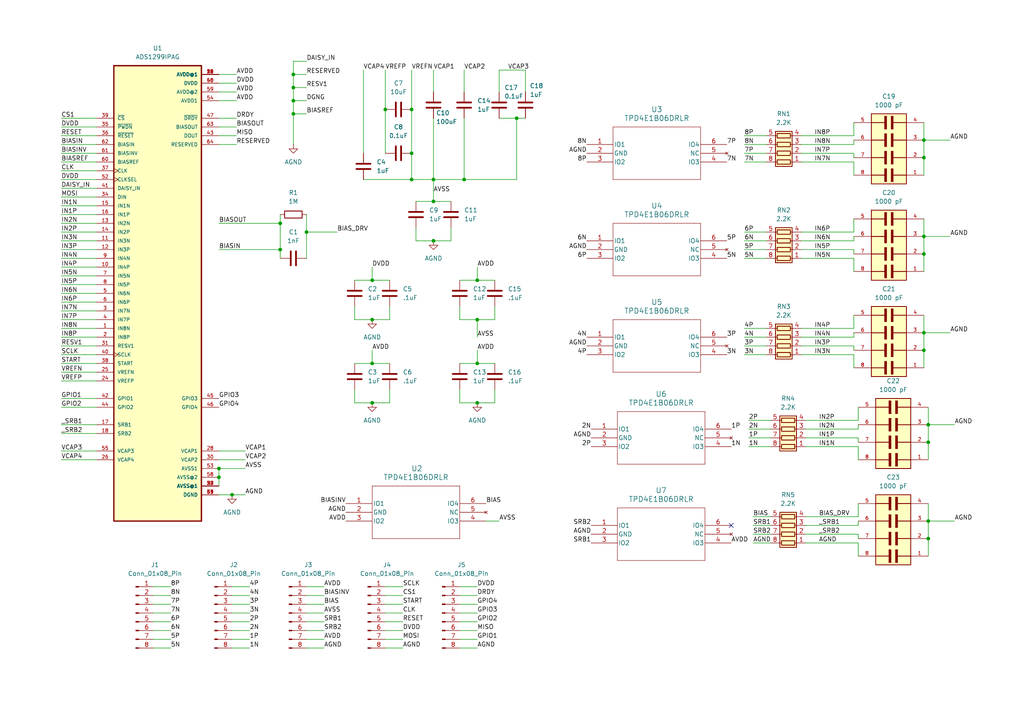
<source format=kicad_sch>
(kicad_sch (version 20231120) (generator "eeschema") (generator_version "8.0")
  (paper "A4")
  (lib_symbols
    (symbol "ADS1299:ADS1299IPAG" (pin_names (offset 1.016))
      (property "Reference" "U" (at -12.7 67.04 0))
      (property "Value" "ADS1299IPAG" (at -12.7 -70.04 0))
      (symbol "ADS1299IPAG_0_0"
        (pin input line (at -17.78 -10.16 0) (length 5.08) (name "IN8N") (number "1"))
        (pin input line (at -17.78 7.62 0) (length 5.08) (name "IN4P") (number "10"))
        (pin input line (at -17.78 15.24 0) (length 5.08) (name "IN3N") (number "11"))
        (pin input line (at -17.78 12.7 0) (length 5.08) (name "IN3P") (number "12"))
        (pin input line (at -17.78 20.32 0) (length 5.08) (name "IN2N") (number "13"))
        (pin input line (at -17.78 17.78 0) (length 5.08) (name "IN2P") (number "14"))
        (pin input line (at -17.78 25.4 0) (length 5.08) (name "IN1N") (number "15"))
        (pin input line (at -17.78 22.86 0) (length 5.08) (name "IN1P") (number "16"))
        (pin bidirectional line (at -17.78 -38.1 0) (length 5.08) (name "SRB1") (number "17"))
        (pin bidirectional line (at -17.78 -40.64 0) (length 5.08) (name "SRB2") (number "18"))
        (pin power_in line (at 17.78 63.5 180) (length 5.08) (name "AVDD@1") (number "19"))
        (pin input line (at -17.78 -12.7 0) (length 5.08) (name "IN8P") (number "2"))
        (pin power_in line (at 17.78 -55.88 180) (length 5.08) (name "AVSS@1") (number "20"))
        (pin power_in line (at 17.78 63.5 180) (length 5.08) (name "AVDD@1") (number "21"))
        (pin power_in line (at 17.78 63.5 180) (length 5.08) (name "AVDD@1") (number "22"))
        (pin power_in line (at 17.78 -55.88 180) (length 5.08) (name "AVSS@1") (number "23"))
        (pin input line (at -17.78 -25.4 0) (length 5.08) (name "VREFP") (number "24"))
        (pin input line (at -17.78 -22.86 0) (length 5.08) (name "VREFN") (number "25"))
        (pin bidirectional line (at -17.78 -48.26 0) (length 5.08) (name "VCAP4") (number "26"))
        (pin output line (at 17.78 -45.72 180) (length 5.08) (name "VCAP1") (number "28"))
        (pin input line (at -17.78 -5.08 0) (length 5.08) (name "IN7N") (number "3"))
        (pin output line (at 17.78 -48.26 180) (length 5.08) (name "VCAP2") (number "30"))
        (pin input line (at -17.78 -15.24 0) (length 5.08) (name "RESV1") (number "31"))
        (pin power_in line (at 17.78 -55.88 180) (length 5.08) (name "AVSS@1") (number "32"))
        (pin power_in line (at 17.78 -58.42 180) (length 5.08) (name "DGND") (number "33"))
        (pin input line (at -17.78 27.94 0) (length 5.08) (name "DIN") (number "34"))
        (pin input line (at -17.78 48.26 0) (length 5.08) (name "~{PWDN}") (number "35"))
        (pin input line (at -17.78 45.72 0) (length 5.08) (name "~{RESET}") (number "36"))
        (pin input clock (at -17.78 35.56 0) (length 5.08) (name "CLK") (number "37"))
        (pin input line (at -17.78 -20.32 0) (length 5.08) (name "START") (number "38"))
        (pin input line (at -17.78 50.8 0) (length 5.08) (name "~{CS}") (number "39"))
        (pin input line (at -17.78 -7.62 0) (length 5.08) (name "IN7P") (number "4"))
        (pin input clock (at -17.78 -17.78 0) (length 5.08) (name "SCLK") (number "40"))
        (pin input line (at -17.78 30.48 0) (length 5.08) (name "DAISY_IN") (number "41"))
        (pin bidirectional line (at -17.78 -30.48 0) (length 5.08) (name "GPIO1") (number "42"))
        (pin output line (at 17.78 45.72 180) (length 5.08) (name "DOUT") (number "43"))
        (pin bidirectional line (at -17.78 -33.02 0) (length 5.08) (name "GPIO2") (number "44"))
        (pin bidirectional line (at 17.78 -30.48 180) (length 5.08) (name "GPIO3") (number "45"))
        (pin bidirectional line (at 17.78 -33.02 180) (length 5.08) (name "GPIO4") (number "46"))
        (pin output line (at 17.78 50.8 180) (length 5.08) (name "~{DRDY}") (number "47"))
        (pin power_in line (at 17.78 60.96 180) (length 5.08) (name "DVDD") (number "48"))
        (pin power_in line (at 17.78 -58.42 180) (length 5.08) (name "DGND") (number "49"))
        (pin input line (at -17.78 0 0) (length 5.08) (name "IN6N") (number "5"))
        (pin power_in line (at 17.78 60.96 180) (length 5.08) (name "DVDD") (number "50"))
        (pin power_in line (at 17.78 -58.42 180) (length 5.08) (name "DGND") (number "51"))
        (pin input clock (at -17.78 33.02 0) (length 5.08) (name "CLKSEL") (number "52"))
        (pin power_in line (at 17.78 -50.8 180) (length 5.08) (name "AVSS1") (number "53"))
        (pin power_in line (at 17.78 55.88 180) (length 5.08) (name "AVDD1") (number "54"))
        (pin bidirectional line (at -17.78 -45.72 0) (length 5.08) (name "VCAP3") (number "55"))
        (pin power_in line (at 17.78 63.5 180) (length 5.08) (name "AVDD@1") (number "56"))
        (pin power_in line (at 17.78 -55.88 180) (length 5.08) (name "AVSS@1") (number "57"))
        (pin power_in line (at 17.78 -53.34 180) (length 5.08) (name "AVSS@2") (number "58"))
        (pin power_in line (at 17.78 58.42 180) (length 5.08) (name "AVDD@2") (number "59"))
        (pin input line (at -17.78 -2.54 0) (length 5.08) (name "IN6P") (number "6"))
        (pin input line (at -17.78 38.1 0) (length 5.08) (name "BIASREF") (number "60"))
        (pin input line (at -17.78 40.64 0) (length 5.08) (name "BIASINV") (number "61"))
        (pin input line (at -17.78 43.18 0) (length 5.08) (name "BIASIN") (number "62"))
        (pin output line (at 17.78 48.26 180) (length 5.08) (name "BIASOUT") (number "63"))
        (pin output line (at 17.78 43.18 180) (length 5.08) (name "RESERVED") (number "64"))
        (pin input line (at -17.78 5.08 0) (length 5.08) (name "IN5N") (number "7"))
        (pin input line (at -17.78 2.54 0) (length 5.08) (name "IN5P") (number "8"))
        (pin input line (at -17.78 10.16 0) (length 5.08) (name "IN4N") (number "9"))
      )
    )
    (symbol "Connector:Conn_01x08_Pin" (pin_names (offset 1.016) hide)
      (property "Reference" "J" (at 0 10.16 0))
      (property "Value" "Conn_01x08_Pin" (at 0 -12.7 0))
      (symbol "Conn_01x08_Pin_1_1"
        (pin passive line (at 5.08 7.62 180) (length 3.81) (name "Pin_1") (number "1"))
        (pin passive line (at 5.08 5.08 180) (length 3.81) (name "Pin_2") (number "2"))
        (pin passive line (at 5.08 2.54 180) (length 3.81) (name "Pin_3") (number "3"))
        (pin passive line (at 5.08 0 180) (length 3.81) (name "Pin_4") (number "4"))
        (pin passive line (at 5.08 -2.54 180) (length 3.81) (name "Pin_5") (number "5"))
        (pin passive line (at 5.08 -5.08 180) (length 3.81) (name "Pin_6") (number "6"))
        (pin passive line (at 5.08 -7.62 180) (length 3.81) (name "Pin_7") (number "7"))
        (pin passive line (at 5.08 -10.16 180) (length 3.81) (name "Pin_8") (number "8"))
      )
    )
    (symbol "Device:C" (pin_numbers hide) (pin_names (offset 0.254))
      (property "Reference" "C" (at 0.635 2.54 0))
      (property "Value" "C" (at 0.635 -2.54 0))
      (symbol "C_1_1"
        (pin passive line (at 0 3.81 270) (length 2.794) (name "~") (number "1"))
        (pin passive line (at 0 -3.81 90) (length 2.794) (name "~") (number "2"))
      )
    )
    (symbol "Device:R" (pin_numbers hide) (pin_names (offset 0))
      (property "Reference" "R" (at 2.032 0 90))
      (property "Value" "R" (at 0 0 90))
      (symbol "R_1_1"
        (pin passive line (at 0 3.81 270) (length 1.27) (name "~") (number "1"))
        (pin passive line (at 0 -3.81 90) (length 1.27) (name "~") (number "2"))
      )
    )
    (symbol "Device:R_Pack04" (pin_names (offset 0) hide)
      (property "Reference" "RN" (at -7.62 0 90))
      (property "Value" "R_Pack04" (at 5.08 0 90))
      (symbol "R_Pack04_1_1"
        (pin passive line (at -5.08 -5.08 90) (length 2.54) (name "R1.1") (number "1"))
        (pin passive line (at -2.54 -5.08 90) (length 2.54) (name "R2.1") (number "2"))
        (pin passive line (at 0 -5.08 90) (length 2.54) (name "R3.1") (number "3"))
        (pin passive line (at 2.54 -5.08 90) (length 2.54) (name "R4.1") (number "4"))
        (pin passive line (at 2.54 5.08 270) (length 2.54) (name "R4.2") (number "5"))
        (pin passive line (at 0 5.08 270) (length 2.54) (name "R3.2") (number "6"))
        (pin passive line (at -2.54 5.08 270) (length 2.54) (name "R2.2") (number "7"))
        (pin passive line (at -5.08 5.08 270) (length 2.54) (name "R1.2") (number "8"))
      )
    )
    (symbol "TPD4E1B06 (ESD):TPD4E1B06DRLR" (pin_names (offset 0.254))
      (property "Reference" "U" (at 20.32 10.16 0))
      (property "Value" "TPD4E1B06DRLR" (at 20.32 7.62 0))
      (symbol "TPD4E1B06DRLR_0_1"
        (pin bidirectional line (at 0 0 0) (length 7.62) (name "IO1") (number "1"))
        (pin power_in line (at 0 -2.54 0) (length 7.62) (name "GND") (number "2"))
        (pin bidirectional line (at 0 -5.08 0) (length 7.62) (name "IO2") (number "3"))
        (pin bidirectional line (at 40.64 -5.08 180) (length 7.62) (name "IO3") (number "4"))
        (pin no_connect line (at 40.64 -2.54 180) (length 7.62) (name "NC") (number "5"))
        (pin bidirectional line (at 40.64 0 180) (length 7.62) (name "IO4") (number "6"))
      )
    )
    (symbol "W3A45C102K4T2A (C_array):CKCL44X7R1H102M085AA" (pin_names (offset 1.016))
      (property "Reference" "C" (at -5.08 11.43 0))
      (property "Value" "CKCL44X7R1H102M085AA" (at -5.08 -12.7 0))
      (symbol "CKCL44X7R1H102M085AA_0_0"
        (pin passive line (at -10.16 7.62 0) (length 5.08) (name "~") (number "1"))
        (pin passive line (at -10.16 2.54 0) (length 5.08) (name "~") (number "2"))
        (pin passive line (at -10.16 -2.54 0) (length 5.08) (name "~") (number "3"))
        (pin passive line (at -10.16 -7.62 0) (length 5.08) (name "~") (number "4"))
        (pin passive line (at 10.16 -7.62 180) (length 5.08) (name "~") (number "5"))
        (pin passive line (at 10.16 -2.54 180) (length 5.08) (name "~") (number "6"))
        (pin passive line (at 10.16 2.54 180) (length 5.08) (name "~") (number "7"))
        (pin passive line (at 10.16 7.62 180) (length 5.08) (name "~") (number "8"))
      )
    )
    (symbol "power:GND" (power) (pin_numbers hide) (pin_names (offset 0) hide)
      (property "Value" "GND" (at 0 -3.81 0))
      (symbol "GND_1_1"
        (pin power_in line (at 0 0 270) (length 0) (name "~") (number "1"))
      )
    )
  )
  (junction (at 267.97 101.6))
  (junction (at 119.38 44.45))
  (junction (at 85.09 33.02))
  (junction (at 269.24 156.21))
  (junction (at 111.76 31.75))
  (junction (at 107.95 116.84))
  (junction (at 125.73 52.07))
  (junction (at 119.38 31.75))
  (junction (at 267.97 96.52))
  (junction (at 107.95 81.28))
  (junction (at 107.95 92.71))
  (junction (at 125.73 58.42))
  (junction (at 107.95 105.41))
  (junction (at 269.24 151.13))
  (junction (at 138.43 81.28))
  (junction (at 267.97 68.58))
  (junction (at 119.38 52.07))
  (junction (at 267.97 40.64))
  (junction (at 149.86 34.29))
  (junction (at 63.5 138.43))
  (junction (at 67.31 143.51))
  (junction (at 81.28 64.77))
  (junction (at 267.97 73.66))
  (junction (at 81.28 72.39))
  (junction (at 88.9 67.31))
  (junction (at 269.24 123.19))
  (junction (at 85.09 29.21))
  (junction (at 125.73 69.85))
  (junction (at 134.62 52.07))
  (junction (at 63.5 135.89))
  (junction (at 138.43 105.41))
  (junction (at 138.43 116.84))
  (junction (at 85.09 25.4))
  (junction (at 269.24 128.27))
  (junction (at 267.97 45.72))
  (junction (at 85.09 21.59))
  (junction (at 138.43 92.71))
  (no_connect (at 212.09 152.4))
  (wire (pts (xy 269.24 123.19) (xy 276.86 123.19)))
  (wire (pts (xy 269.24 128.27) (xy 269.24 133.35)))
  (wire (pts (xy 232.41 46.99) (xy 247.65 46.99)))
  (wire (pts (xy 63.5 130.81) (xy 71.12 130.81)))
  (wire (pts (xy 63.5 143.51) (xy 67.31 143.51)))
  (wire (pts (xy 63.5 41.91) (xy 68.58 41.91)))
  (wire (pts (xy 44.45 175.26) (xy 49.53 175.26)))
  (wire (pts (xy 233.68 149.86) (xy 248.92 149.86)))
  (wire (pts (xy 63.5 133.35) (xy 71.12 133.35)))
  (wire (pts (xy 120.65 69.85) (xy 125.73 69.85)))
  (wire (pts (xy 102.87 92.71) (xy 107.95 92.71)))
  (wire (pts (xy 107.95 105.41) (xy 113.03 105.41)))
  (wire (pts (xy 102.87 88.9) (xy 102.87 92.71)))
  (wire (pts (xy 232.41 95.25) (xy 247.65 95.25)))
  (wire (pts (xy 85.09 25.4) (xy 88.9 25.4)))
  (wire (pts (xy 17.78 54.61) (xy 27.94 54.61)))
  (wire (pts (xy 133.35 180.34) (xy 138.43 180.34)))
  (wire (pts (xy 88.9 170.18) (xy 93.98 170.18)))
  (wire (pts (xy 17.78 44.45) (xy 27.94 44.45)))
  (wire (pts (xy 17.78 80.01) (xy 27.94 80.01)))
  (wire (pts (xy 107.95 77.47) (xy 107.95 81.28)))
  (wire (pts (xy 215.9 67.31) (xy 222.25 67.31)))
  (wire (pts (xy 85.09 29.21) (xy 88.9 29.21)))
  (wire (pts (xy 248.92 157.48) (xy 248.92 161.29)))
  (wire (pts (xy 17.78 87.63) (xy 27.94 87.63)))
  (wire (pts (xy 133.35 116.84) (xy 138.43 116.84)))
  (wire (pts (xy 119.38 44.45) (xy 119.38 52.07)))
  (wire (pts (xy 149.86 34.29) (xy 152.4 34.29)))
  (wire (pts (xy 63.5 34.29) (xy 68.58 34.29)))
  (wire (pts (xy 232.41 97.79) (xy 247.65 97.79)))
  (wire (pts (xy 63.5 138.43) (xy 63.5 140.97)))
  (wire (pts (xy 248.92 149.86) (xy 248.92 146.05)))
  (wire (pts (xy 17.78 69.85) (xy 27.94 69.85)))
  (wire (pts (xy 63.5 72.39) (xy 81.28 72.39)))
  (wire (pts (xy 17.78 90.17) (xy 27.94 90.17)))
  (wire (pts (xy 232.41 44.45) (xy 247.65 44.45)))
  (wire (pts (xy 67.31 143.51) (xy 71.12 143.51)))
  (wire (pts (xy 269.24 151.13) (xy 269.24 156.21)))
  (wire (pts (xy 85.09 41.91) (xy 85.09 33.02)))
  (wire (pts (xy 232.41 102.87) (xy 247.65 102.87)))
  (wire (pts (xy 17.78 41.91) (xy 27.94 41.91)))
  (wire (pts (xy 67.31 172.72) (xy 72.39 172.72)))
  (wire (pts (xy 217.17 124.46) (xy 223.52 124.46)))
  (wire (pts (xy 232.41 74.93) (xy 247.65 74.93)))
  (wire (pts (xy 111.76 177.8) (xy 116.84 177.8)))
  (wire (pts (xy 232.41 41.91) (xy 247.65 41.91)))
  (wire (pts (xy 88.9 67.31) (xy 88.9 74.93)))
  (wire (pts (xy 247.65 41.91) (xy 247.65 40.64)))
  (wire (pts (xy 143.51 113.03) (xy 143.51 116.84)))
  (wire (pts (xy 232.41 72.39) (xy 247.65 72.39)))
  (wire (pts (xy 85.09 33.02) (xy 88.9 33.02)))
  (wire (pts (xy 267.97 101.6) (xy 267.97 106.68)))
  (wire (pts (xy 102.87 116.84) (xy 107.95 116.84)))
  (wire (pts (xy 102.87 105.41) (xy 107.95 105.41)))
  (wire (pts (xy 215.9 44.45) (xy 222.25 44.45)))
  (wire (pts (xy 111.76 180.34) (xy 116.84 180.34)))
  (wire (pts (xy 44.45 170.18) (xy 49.53 170.18)))
  (wire (pts (xy 215.9 41.91) (xy 222.25 41.91)))
  (wire (pts (xy 232.41 39.37) (xy 247.65 39.37)))
  (wire (pts (xy 88.9 187.96) (xy 93.98 187.96)))
  (wire (pts (xy 144.78 20.32) (xy 144.78 26.67)))
  (wire (pts (xy 17.78 100.33) (xy 27.94 100.33)))
  (wire (pts (xy 107.95 101.6) (xy 107.95 105.41)))
  (wire (pts (xy 269.24 118.11) (xy 269.24 123.19)))
  (wire (pts (xy 17.78 34.29) (xy 27.94 34.29)))
  (wire (pts (xy 107.95 92.71) (xy 113.03 92.71)))
  (wire (pts (xy 107.95 116.84) (xy 113.03 116.84)))
  (wire (pts (xy 248.92 154.94) (xy 248.92 156.21)))
  (wire (pts (xy 267.97 40.64) (xy 267.97 45.72)))
  (wire (pts (xy 17.78 85.09) (xy 27.94 85.09)))
  (wire (pts (xy 133.35 113.03) (xy 133.35 116.84)))
  (wire (pts (xy 85.09 17.78) (xy 85.09 21.59)))
  (wire (pts (xy 215.9 97.79) (xy 222.25 97.79)))
  (wire (pts (xy 81.28 74.93) (xy 81.28 72.39)))
  (wire (pts (xy 133.35 187.96) (xy 138.43 187.96)))
  (wire (pts (xy 267.97 96.52) (xy 267.97 101.6)))
  (wire (pts (xy 67.31 180.34) (xy 72.39 180.34)))
  (wire (pts (xy 67.31 170.18) (xy 72.39 170.18)))
  (wire (pts (xy 63.5 26.67) (xy 68.58 26.67)))
  (wire (pts (xy 130.81 66.04) (xy 130.81 69.85)))
  (wire (pts (xy 111.76 170.18) (xy 116.84 170.18)))
  (wire (pts (xy 63.5 135.89) (xy 63.5 138.43)))
  (wire (pts (xy 111.76 20.32) (xy 111.76 31.75)))
  (wire (pts (xy 81.28 64.77) (xy 81.28 72.39)))
  (wire (pts (xy 63.5 29.21) (xy 68.58 29.21)))
  (wire (pts (xy 133.35 88.9) (xy 133.35 92.71)))
  (wire (pts (xy 248.92 152.4) (xy 248.92 151.13)))
  (wire (pts (xy 44.45 180.34) (xy 49.53 180.34)))
  (wire (pts (xy 17.78 74.93) (xy 27.94 74.93)))
  (wire (pts (xy 17.78 64.77) (xy 27.94 64.77)))
  (wire (pts (xy 85.09 21.59) (xy 88.9 21.59)))
  (wire (pts (xy 267.97 40.64) (xy 275.59 40.64)))
  (wire (pts (xy 233.68 127) (xy 248.92 127)))
  (wire (pts (xy 215.9 102.87) (xy 222.25 102.87)))
  (wire (pts (xy 17.78 52.07) (xy 27.94 52.07)))
  (wire (pts (xy 17.78 105.41) (xy 27.94 105.41)))
  (wire (pts (xy 17.78 46.99) (xy 27.94 46.99)))
  (wire (pts (xy 133.35 170.18) (xy 138.43 170.18)))
  (wire (pts (xy 140.97 151.13) (xy 144.78 151.13)))
  (wire (pts (xy 113.03 88.9) (xy 113.03 92.71)))
  (wire (pts (xy 63.5 135.89) (xy 71.12 135.89)))
  (wire (pts (xy 44.45 172.72) (xy 49.53 172.72)))
  (wire (pts (xy 120.65 58.42) (xy 125.73 58.42)))
  (wire (pts (xy 233.68 124.46) (xy 248.92 124.46)))
  (wire (pts (xy 267.97 73.66) (xy 267.97 78.74)))
  (wire (pts (xy 248.92 127) (xy 248.92 128.27)))
  (wire (pts (xy 215.9 100.33) (xy 222.25 100.33)))
  (wire (pts (xy 17.78 118.11) (xy 27.94 118.11)))
  (wire (pts (xy 267.97 91.44) (xy 267.97 96.52)))
  (wire (pts (xy 215.9 46.99) (xy 222.25 46.99)))
  (wire (pts (xy 267.97 35.56) (xy 267.97 40.64)))
  (wire (pts (xy 149.86 34.29) (xy 149.86 52.07)))
  (wire (pts (xy 119.38 31.75) (xy 119.38 20.32)))
  (wire (pts (xy 67.31 182.88) (xy 72.39 182.88)))
  (wire (pts (xy 111.76 187.96) (xy 116.84 187.96)))
  (wire (pts (xy 133.35 92.71) (xy 138.43 92.71)))
  (wire (pts (xy 88.9 180.34) (xy 93.98 180.34)))
  (wire (pts (xy 125.73 52.07) (xy 125.73 58.42)))
  (wire (pts (xy 85.09 33.02) (xy 85.09 29.21)))
  (wire (pts (xy 17.78 39.37) (xy 27.94 39.37)))
  (wire (pts (xy 144.78 20.32) (xy 152.4 20.32)))
  (wire (pts (xy 269.24 123.19) (xy 269.24 128.27)))
  (wire (pts (xy 119.38 52.07) (xy 125.73 52.07)))
  (wire (pts (xy 215.9 39.37) (xy 222.25 39.37)))
  (wire (pts (xy 218.44 154.94) (xy 223.52 154.94)))
  (wire (pts (xy 44.45 185.42) (xy 49.53 185.42)))
  (wire (pts (xy 17.78 57.15) (xy 27.94 57.15)))
  (wire (pts (xy 247.65 102.87) (xy 247.65 106.68)))
  (wire (pts (xy 44.45 177.8) (xy 49.53 177.8)))
  (wire (pts (xy 119.38 44.45) (xy 119.38 31.75)))
  (wire (pts (xy 133.35 105.41) (xy 138.43 105.41)))
  (wire (pts (xy 111.76 175.26) (xy 116.84 175.26)))
  (wire (pts (xy 269.24 156.21) (xy 269.24 161.29)))
  (wire (pts (xy 215.9 69.85) (xy 222.25 69.85)))
  (wire (pts (xy 107.95 81.28) (xy 113.03 81.28)))
  (wire (pts (xy 17.78 49.53) (xy 27.94 49.53)))
  (wire (pts (xy 17.78 72.39) (xy 27.94 72.39)))
  (wire (pts (xy 233.68 121.92) (xy 248.92 121.92)))
  (wire (pts (xy 152.4 20.32) (xy 152.4 26.67)))
  (wire (pts (xy 63.5 21.59) (xy 68.58 21.59)))
  (wire (pts (xy 217.17 121.92) (xy 223.52 121.92)))
  (wire (pts (xy 88.9 185.42) (xy 93.98 185.42)))
  (wire (pts (xy 17.78 62.23) (xy 27.94 62.23)))
  (wire (pts (xy 247.65 100.33) (xy 247.65 101.6)))
  (wire (pts (xy 63.5 36.83) (xy 68.58 36.83)))
  (wire (pts (xy 17.78 107.95) (xy 27.94 107.95)))
  (wire (pts (xy 133.35 81.28) (xy 138.43 81.28)))
  (wire (pts (xy 17.78 95.25) (xy 27.94 95.25)))
  (wire (pts (xy 17.78 125.73) (xy 27.94 125.73)))
  (wire (pts (xy 218.44 157.48) (xy 223.52 157.48)))
  (wire (pts (xy 88.9 177.8) (xy 93.98 177.8)))
  (wire (pts (xy 17.78 82.55) (xy 27.94 82.55)))
  (wire (pts (xy 17.78 67.31) (xy 27.94 67.31)))
  (wire (pts (xy 88.9 67.31) (xy 97.79 67.31)))
  (wire (pts (xy 17.78 110.49) (xy 27.94 110.49)))
  (wire (pts (xy 267.97 68.58) (xy 267.97 73.66)))
  (wire (pts (xy 113.03 113.03) (xy 113.03 116.84)))
  (wire (pts (xy 133.35 185.42) (xy 138.43 185.42)))
  (wire (pts (xy 133.35 182.88) (xy 138.43 182.88)))
  (wire (pts (xy 247.65 97.79) (xy 247.65 96.52)))
  (wire (pts (xy 247.65 44.45) (xy 247.65 45.72)))
  (wire (pts (xy 217.17 127) (xy 223.52 127)))
  (wire (pts (xy 85.09 21.59) (xy 85.09 25.4)))
  (wire (pts (xy 111.76 182.88) (xy 116.84 182.88)))
  (wire (pts (xy 88.9 172.72) (xy 93.98 172.72)))
  (wire (pts (xy 138.43 105.41) (xy 143.51 105.41)))
  (wire (pts (xy 233.68 129.54) (xy 248.92 129.54)))
  (wire (pts (xy 44.45 182.88) (xy 49.53 182.88)))
  (wire (pts (xy 88.9 17.78) (xy 85.09 17.78)))
  (wire (pts (xy 232.41 67.31) (xy 247.65 67.31)))
  (wire (pts (xy 267.97 96.52) (xy 275.59 96.52)))
  (wire (pts (xy 63.5 64.77) (xy 81.28 64.77)))
  (wire (pts (xy 133.35 175.26) (xy 138.43 175.26)))
  (wire (pts (xy 247.65 39.37) (xy 247.65 35.56)))
  (wire (pts (xy 138.43 116.84) (xy 143.51 116.84)))
  (wire (pts (xy 269.24 151.13) (xy 276.86 151.13)))
  (wire (pts (xy 111.76 31.75) (xy 111.76 44.45)))
  (wire (pts (xy 81.28 64.77) (xy 81.28 62.23)))
  (wire (pts (xy 138.43 77.47) (xy 138.43 81.28)))
  (wire (pts (xy 125.73 52.07) (xy 134.62 52.07)))
  (wire (pts (xy 215.9 74.93) (xy 222.25 74.93)))
  (wire (pts (xy 120.65 66.04) (xy 120.65 69.85)))
  (wire (pts (xy 105.41 52.07) (xy 119.38 52.07)))
  (wire (pts (xy 88.9 62.23) (xy 88.9 67.31)))
  (wire (pts (xy 248.92 124.46) (xy 248.92 123.19)))
  (wire (pts (xy 133.35 172.72) (xy 138.43 172.72)))
  (wire (pts (xy 17.78 36.83) (xy 27.94 36.83)))
  (wire (pts (xy 67.31 175.26) (xy 72.39 175.26)))
  (wire (pts (xy 247.65 67.31) (xy 247.65 63.5)))
  (wire (pts (xy 248.92 129.54) (xy 248.92 133.35)))
  (wire (pts (xy 67.31 185.42) (xy 72.39 185.42)))
  (wire (pts (xy 134.62 52.07) (xy 149.86 52.07)))
  (wire (pts (xy 138.43 101.6) (xy 138.43 105.41)))
  (wire (pts (xy 17.78 123.19) (xy 27.94 123.19)))
  (wire (pts (xy 267.97 45.72) (xy 267.97 50.8)))
  (wire (pts (xy 125.73 69.85) (xy 130.81 69.85)))
  (wire (pts (xy 267.97 63.5) (xy 267.97 68.58)))
  (wire (pts (xy 44.45 187.96) (xy 49.53 187.96)))
  (wire (pts (xy 88.9 175.26) (xy 93.98 175.26)))
  (wire (pts (xy 138.43 92.71) (xy 138.43 97.79)))
  (wire (pts (xy 233.68 152.4) (xy 248.92 152.4)))
  (wire (pts (xy 143.51 88.9) (xy 143.51 92.71)))
  (wire (pts (xy 267.97 68.58) (xy 275.59 68.58)))
  (wire (pts (xy 17.78 115.57) (xy 27.94 115.57)))
  (wire (pts (xy 111.76 172.72) (xy 116.84 172.72)))
  (wire (pts (xy 247.65 74.93) (xy 247.65 78.74)))
  (wire (pts (xy 63.5 24.13) (xy 68.58 24.13)))
  (wire (pts (xy 138.43 81.28) (xy 143.51 81.28)))
  (wire (pts (xy 17.78 133.35) (xy 27.94 133.35)))
  (wire (pts (xy 247.65 72.39) (xy 247.65 73.66)))
  (wire (pts (xy 269.24 146.05) (xy 269.24 151.13)))
  (wire (pts (xy 247.65 46.99) (xy 247.65 50.8)))
  (wire (pts (xy 125.73 58.42) (xy 130.81 58.42)))
  (wire (pts (xy 232.41 69.85) (xy 247.65 69.85)))
  (wire (pts (xy 102.87 81.28) (xy 107.95 81.28)))
  (wire (pts (xy 215.9 72.39) (xy 222.25 72.39)))
  (wire (pts (xy 67.31 187.96) (xy 72.39 187.96)))
  (wire (pts (xy 134.62 52.07) (xy 134.62 34.29)))
  (wire (pts (xy 17.78 97.79) (xy 27.94 97.79)))
  (wire (pts (xy 17.78 130.81) (xy 27.94 130.81)))
  (wire (pts (xy 233.68 157.48) (xy 248.92 157.48)))
  (wire (pts (xy 218.44 149.86) (xy 223.52 149.86)))
  (wire (pts (xy 17.78 59.69) (xy 27.94 59.69)))
  (wire (pts (xy 88.9 182.88) (xy 93.98 182.88)))
  (wire (pts (xy 138.43 92.71) (xy 143.51 92.71)))
  (wire (pts (xy 85.09 29.21) (xy 85.09 25.4)))
  (wire (pts (xy 248.92 121.92) (xy 248.92 118.11)))
  (wire (pts (xy 125.73 20.32) (xy 125.73 26.67)))
  (wire (pts (xy 17.78 102.87) (xy 27.94 102.87)))
  (wire (pts (xy 217.17 129.54) (xy 223.52 129.54)))
  (wire (pts (xy 232.41 100.33) (xy 247.65 100.33)))
  (wire (pts (xy 233.68 154.94) (xy 248.92 154.94)))
  (wire (pts (xy 111.76 185.42) (xy 116.84 185.42)))
  (wire (pts (xy 215.9 95.25) (xy 222.25 95.25)))
  (wire (pts (xy 17.78 92.71) (xy 27.94 92.71)))
  (wire (pts (xy 247.65 69.85) (xy 247.65 68.58)))
  (wire (pts (xy 125.73 52.07) (xy 125.73 34.29)))
  (wire (pts (xy 17.78 77.47) (xy 27.94 77.47)))
  (wire (pts (xy 133.35 177.8) (xy 138.43 177.8)))
  (wire (pts (xy 63.5 39.37) (xy 68.58 39.37)))
  (wire (pts (xy 105.41 20.32) (xy 105.41 44.45)))
  (wire (pts (xy 144.78 34.29) (xy 149.86 34.29)))
  (wire (pts (xy 218.44 152.4) (xy 223.52 152.4)))
  (wire (pts (xy 134.62 20.32) (xy 134.62 26.67)))
  (wire (pts (xy 102.87 113.03) (xy 102.87 116.84)))
  (wire (pts (xy 247.65 95.25) (xy 247.65 91.44)))
  (wire (pts (xy 67.31 177.8) (xy 72.39 177.8)))
  (label "AGND" (at 275.59 68.58 0))
  (label "DAISY_IN" (at 88.9 17.78 0))
  (label "AGND" (at 71.12 143.51 0))
  (label "IN7P" (at 17.78 92.71 0))
  (label "3N" (at 72.39 177.8 0))
  (label "8P" (at 49.53 170.18 0))
  (label "DVDD" (at 68.58 24.13 0))
  (label "1P" (at 212.09 124.46 0))
  (label "IN4N" (at 17.78 74.93 0))
  (label "MOSI" (at 116.84 185.42 0))
  (label "2N" (at 217.17 124.46 0))
  (label "SCLK" (at 17.78 102.87 0))
  (label "DVDD" (at 116.84 182.88 0))
  (label "VCAP2" (at 71.12 133.35 0))
  (label "3P" (at 72.39 175.26 0))
  (label "BIAS_DRV" (at 97.79 67.31 0))
  (label "5N" (at 215.9 74.93 0))
  (label "4P" (at 215.9 95.25 0))
  (label "AGND" (at 116.84 187.96 0))
  (label "6N" (at 170.18 69.85 180))
  (label "IN7N" (at 17.78 90.17 0))
  (label "MOSI" (at 17.78 57.15 0))
  (label "RESV1" (at 88.9 25.4 0))
  (label "GPIO2" (at 17.78 118.11 0))
  (label "6P" (at 170.18 74.93 180))
  (label "SRB2" (at 171.45 152.4 180))
  (label "6P" (at 215.9 67.31 0))
  (label "SRB2" (at 218.44 154.94 0))
  (label "AGND" (at 237.49 157.48 0))
  (label "1P" (at 72.39 185.42 0))
  (label "SRB1" (at 218.44 152.4 0))
  (label "SRB2" (at 93.98 182.88 0))
  (label "IN2N" (at 17.78 64.77 0))
  (label "DVDD" (at 17.78 36.83 0))
  (label "VCAP2" (at 134.62 20.32 0))
  (label "DGNG" (at 88.9 29.21 0))
  (label "BIAS" (at 93.98 175.26 0))
  (label "SRB1" (at 171.45 157.48 180))
  (label "AVDD" (at 68.58 21.59 0))
  (label "5N" (at 210.82 74.93 0))
  (label "8P" (at 215.9 39.37 0))
  (label "1N" (at 72.39 187.96 0))
  (label "AVDD" (at 138.43 77.47 0))
  (label "IN1P" (at 237.49 127 0))
  (label "4N" (at 170.18 97.79 180))
  (label "GPIO3" (at 138.43 177.8 0))
  (label "IN1P" (at 17.78 62.23 0))
  (label "AVDD" (at 93.98 170.18 0))
  (label "RESERVED" (at 68.58 41.91 0))
  (label "6N" (at 215.9 69.85 0))
  (label "GPIO2" (at 138.43 180.34 0))
  (label "BIASOUT" (at 63.5 64.77 0))
  (label "IN8N" (at 236.22 41.91 0))
  (label "8N" (at 215.9 41.91 0))
  (label "RESERVED" (at 88.9 21.59 0))
  (label "AVDD" (at 107.95 101.6 0))
  (label "GPIO1" (at 17.78 115.57 0))
  (label "2P" (at 217.17 121.92 0))
  (label "IN5N" (at 236.22 74.93 0))
  (label "IN5N" (at 17.78 80.01 0))
  (label "BIAS" (at 140.97 146.05 0))
  (label "5P" (at 49.53 185.42 0))
  (label "AVSS" (at 93.98 177.8 0))
  (label "2N" (at 72.39 182.88 0))
  (label "DVDD" (at 107.95 77.47 0))
  (label "IN6N" (at 236.22 69.85 0))
  (label "BIASIN" (at 63.5 72.39 0))
  (label "BIAS_DRV" (at 237.49 149.86 0))
  (label "IN5P" (at 17.78 82.55 0))
  (label "AVSS" (at 71.12 135.89 0))
  (label "IN7N" (at 236.22 46.99 0))
  (label "8P" (at 170.18 46.99 180))
  (label "IN8P" (at 17.78 97.79 0))
  (label "AGND" (at 276.86 123.19 0))
  (label "_SRB1" (at 17.78 123.19 0))
  (label "_SRB1" (at 237.49 152.4 0))
  (label "7P" (at 210.82 41.91 0))
  (label "BIASREF" (at 17.78 46.99 0))
  (label "5N" (at 49.53 187.96 0))
  (label "IN3N" (at 17.78 69.85 0))
  (label "AGND" (at 276.86 151.13 0))
  (label "IN2P" (at 237.49 121.92 0))
  (label "SCLK" (at 116.84 170.18 0))
  (label "BIASIN" (at 17.78 41.91 0))
  (label "VCAP3" (at 17.78 130.81 0))
  (label "DVDD" (at 17.78 52.07 0))
  (label "IN6P" (at 17.78 87.63 0))
  (label "IN2N" (at 237.49 124.46 0))
  (label "2P" (at 171.45 129.54 180))
  (label "IN3P" (at 17.78 72.39 0))
  (label "AGND" (at 171.45 154.94 180))
  (label "VREFN" (at 17.78 107.95 0))
  (label "DRDY" (at 138.43 172.72 0))
  (label "1P" (at 217.17 127 0))
  (label "_SRB2" (at 17.78 125.73 0))
  (label "AGND" (at 171.45 127 180))
  (label "BIASOUT" (at 68.58 36.83 0))
  (label "3N" (at 210.82 102.87 0))
  (label "2P" (at 72.39 180.34 0))
  (label "CS1" (at 17.78 34.29 0))
  (label "IN4P" (at 17.78 77.47 0))
  (label "3N" (at 215.9 102.87 0))
  (label "GPIO1" (at 138.43 185.42 0))
  (label "AVDD" (at 100.33 151.13 180))
  (label "7N" (at 210.82 46.99 0))
  (label "BIASINV" (at 93.98 172.72 0))
  (label "AVSS" (at 144.78 151.13 0))
  (label "IN3P" (at 236.22 100.33 0))
  (label "3P" (at 215.9 100.33 0))
  (label "IN7P" (at 236.22 44.45 0))
  (label "IN1N" (at 17.78 59.69 0))
  (label "8N" (at 170.18 41.91 180))
  (label "GPIO4" (at 63.5 118.11 0))
  (label "AVSS" (at 138.43 97.79 0))
  (label "RESET" (at 17.78 39.37 0))
  (label "_SRB2" (at 237.49 154.94 0))
  (label "GPIO3" (at 63.5 115.57 0))
  (label "7P" (at 49.53 175.26 0))
  (label "CLK" (at 17.78 49.53 0))
  (label "IN8N" (at 17.78 95.25 0))
  (label "IN4N" (at 236.22 97.79 0))
  (label "BIASINV" (at 100.33 146.05 180))
  (label "AGND" (at 170.18 72.39 180))
  (label "VCAP1" (at 71.12 130.81 0))
  (label "4N" (at 215.9 97.79 0))
  (label "VCAP4" (at 17.78 133.35 0))
  (label "VCAP3" (at 147.32 20.32 0))
  (label "IN6P" (at 236.22 67.31 0))
  (label "DRDY" (at 68.58 34.29 0))
  (label "1N" (at 212.09 129.54 0))
  (label "START" (at 116.84 175.26 0))
  (label "VCAP4" (at 105.41 20.32 0))
  (label "IN3N" (at 236.22 102.87 0))
  (label "4N" (at 72.39 172.72 0))
  (label "AGND" (at 138.43 187.96 0))
  (label "AGND" (at 275.59 40.64 0))
  (label "VREFP" (at 17.78 110.49 0))
  (label "AVDD" (at 68.58 26.67 0))
  (label "AGND" (at 170.18 44.45 180))
  (label "AGND" (at 100.33 148.59 180))
  (label "AGND" (at 275.59 96.52 0))
  (label "5P" (at 215.9 72.39 0))
  (label "MISO" (at 68.58 39.37 0))
  (label "6N" (at 49.53 182.88 0))
  (label "CLK" (at 116.84 177.8 0))
  (label "7P" (at 215.9 44.45 0))
  (label "8N" (at 49.53 172.72 0))
  (label "AGND" (at 93.98 187.96 0))
  (label "3P" (at 210.82 97.79 0))
  (label "CS1" (at 116.84 172.72 0))
  (label "1N" (at 217.17 129.54 0))
  (label "IN1N" (at 237.49 129.54 0))
  (label "AVSS" (at 125.73 55.88 0))
  (label "RESET" (at 116.84 180.34 0))
  (label "IN6N" (at 17.78 85.09 0))
  (label "AVDD" (at 93.98 185.42 0))
  (label "4P" (at 170.18 102.87 180))
  (label "7N" (at 49.53 177.8 0))
  (label "VREFP" (at 111.76 20.32 0))
  (label "AVDD" (at 212.09 157.48 0))
  (label "7N" (at 215.9 46.99 0))
  (label "2N" (at 171.45 124.46 180))
  (label "DAISY_IN" (at 17.78 54.61 0))
  (label "AGND" (at 218.44 157.48 0))
  (label "IN8P" (at 236.22 39.37 0))
  (label "4P" (at 72.39 170.18 0))
  (label "6P" (at 49.53 180.34 0))
  (label "SRB1" (at 93.98 180.34 0))
  (label "AGND" (at 170.18 100.33 180))
  (label "VREFN" (at 119.38 20.32 0))
  (label "BIASREF" (at 88.9 33.02 0))
  (label "BIAS" (at 218.44 149.86 0))
  (label "IN4P" (at 236.22 95.25 0))
  (label "VCAP1" (at 125.73 20.32 0))
  (label "AVDD" (at 138.43 101.6 0))
  (label "RESV1" (at 17.78 100.33 0))
  (label "5P" (at 210.82 69.85 0))
  (label "START" (at 17.78 105.41 0))
  (label "IN5P" (at 236.22 72.39 0))
  (label "DVDD" (at 138.43 170.18 0))
  (label "GPIO4" (at 138.43 175.26 0))
  (label "IN2P" (at 17.78 67.31 0))
  (label "AVDD" (at 68.58 29.21 0))
  (label "BIASINV" (at 17.78 44.45 0))
  (label "MISO" (at 138.43 182.88 0))
  (symbol (lib_id "W3A45C102K4T2A (C_array):CKCL44X7R1H102M085AA") (at 257.81 43.18 180) (unit 1)
    (property "Reference" "C19" (at 257.81 27.94 0))
    (property "Value" "1000 pF" (at 257.81 30.48 0))
    (property "Footprint" "W3A45C102K4T2A:CAPCAF50P200X125X85-8" (effects (hide yes)))
    (property "MF" "TDK" (effects (hide yes)))
    (property "MAXIMUM_PACKAGE_HEIGHT" "0.85 mm" (effects (hide yes)))
    (property "Package" "0805 TDK Corporation" (effects (hide yes)))
    (property "Price" "None" (effects (hide yes)))
    (property "Check_prices" "https://www.snapeda.com/parts/CKCL44X7R1H102M085AA/TDK-Lambda+Americas+Inc/view-part/?ref=eda" (effects (hide yes)))
    (property "STANDARD" "Manufacturer Recommendations" (effects (hide yes)))
    (property "PARTREV" "Dec 2014" (effects (hide yes)))
    (property "SnapEDA_Link" "https://www.snapeda.com/parts/CKCL44X7R1H102M085AA/TDK-Lambda+Americas+Inc/view-part/?ref=snap" (effects (hide yes)))
    (property "MP" "CKCL44X7R1H102M085AA" (effects (hide yes)))
    (property "Description_1" "\n                        \n                            1000pF Isolated Capacitor  Array 50V X7R 0805 (2012 Metric)\n                        \n" (effects (hide yes)))
    (property "Availability" "In Stock" (effects (hide yes)))
    (property "MANUFACTURER" "TDK" (effects (hide yes)))
  )
  (symbol (lib_id "Device:C") (at 133.35 109.22 0) (unit 1)
    (property "Reference" "C13" (at 137.16 107.9499 0) (effects (justify left)))
    (property "Value" "1uF" (at 137.16 110.4899 0) (effects (justify left)))
    (property "Footprint" "Capacitor_SMD:C_0805_2012Metric" (effects (hide yes)))
    (property "Description" "Unpolarized capacitor" (effects (hide yes)))
  )
  (symbol (lib_id "Device:C") (at 113.03 109.22 0) (unit 1)
    (property "Reference" "C6" (at 116.84 107.9499 0) (effects (justify left)))
    (property "Value" ".1uF" (at 116.84 110.4899 0) (effects (justify left)))
    (property "Footprint" "Capacitor_SMD:C_0805_2012Metric" (effects (hide yes)))
    (property "Description" "Unpolarized capacitor" (effects (hide yes)))
  )
  (symbol (lib_id "TPD4E1B06 (ESD):TPD4E1B06DRLR") (at 171.45 124.46 0) (unit 1)
    (property "Reference" "U6" (at 191.77 114.3 0) (effects (font (size 1.524 1.524))))
    (property "Value" "TPD4E1B06DRLR" (at 191.77 116.84 0) (effects (font (size 1.524 1.524))))
    (property "Footprint" "TPD4E1B06:DRL6_TEX" (effects (hide yes)))
    (property "Datasheet" "TPD4E1B06DRLR" (effects (hide yes)))
  )
  (symbol (lib_id "power:GND") (at 107.95 116.84 0) (unit 1)
    (property "Reference" "#PWR04" (effects (hide yes)))
    (property "Value" "AGND" (at 107.95 121.92 0))
    (property "Description" "Power symbol creates a global label with name \"GND\" , ground" (effects (hide yes)))
  )
  (symbol (lib_id "Device:C") (at 134.62 30.48 0) (unit 1)
    (property "Reference" "C14" (at 138.43 29.2099 0) (effects (justify left)))
    (property "Value" "1uF" (at 138.43 31.7499 0) (effects (justify left)))
    (property "Footprint" "Capacitor_SMD:C_0805_2012Metric" (effects (hide yes)))
    (property "Description" "Unpolarized capacitor" (effects (hide yes)))
  )
  (symbol (lib_id "Device:R_Pack04") (at 227.33 97.79 90) (unit 1)
    (property "Reference" "RN3" (at 227.33 88.9 90))
    (property "Value" "2.2K" (at 227.33 91.44 90))
    (property "Footprint" "Resistor_SMD:R_Array_Concave_4x0603" (effects (hide yes)))
    (property "Description" "4 resistor network, parallel topology" (effects (hide yes)))
  )
  (symbol (lib_id "Device:C") (at 102.87 109.22 0) (unit 1)
    (property "Reference" "C3" (at 106.68 107.9499 0) (effects (justify left)))
    (property "Value" "1uF" (at 106.68 110.4899 0) (effects (justify left)))
    (property "Footprint" "Capacitor_SMD:C_0805_2012Metric" (effects (hide yes)))
    (property "Description" "Unpolarized capacitor" (effects (hide yes)))
  )
  (symbol (lib_id "TPD4E1B06 (ESD):TPD4E1B06DRLR") (at 100.33 146.05 0) (unit 1)
    (property "Reference" "U2" (at 120.904 135.89 0) (effects (font (size 1.524 1.524))))
    (property "Value" "TPD4E1B06DRLR" (at 120.65 138.43 0) (effects (font (size 1.524 1.524))))
    (property "Footprint" "TPD4E1B06:DRL6_TEX" (effects (hide yes)))
    (property "Datasheet" "TPD4E1B06DRLR" (effects (hide yes)))
  )
  (symbol (lib_id "Connector:Conn_01x08_Pin") (at 62.23 177.8 0) (unit 1)
    (property "Reference" "J2" (at 67.818 163.83 0))
    (property "Value" "Conn_01x08_Pin" (at 67.818 166.37 0))
    (property "Footprint" "Connector_PinHeader_2.54mm:PinHeader_1x08_P2.54mm_Vertical" (effects (hide yes)))
    (property "Description" "Generic connector, single row, 01x08, script generated" (effects (hide yes)))
  )
  (symbol (lib_id "ADS1299:ADS1299IPAG") (at 45.72 85.09 0) (unit 1)
    (property "Reference" "U1" (at 45.72 13.97 0))
    (property "Value" "ADS1299IPAG" (at 45.72 16.51 0))
    (property "Footprint" "ADS1299:QFP50P1200X1200X120-64N" (effects (hide yes)))
    (property "MF" "Texas Instruments" (effects (hide yes)))
    (property "Description_1" "\n                        \n                            Low-Noise, 8-Channel, 24-Bit Analog-to-Digital Converter for Biopotential Measurements\n                        \n" (effects (hide yes)))
    (property "Package" "TQFP-64 Texas Instruments" (effects (hide yes)))
    (property "Price" "None" (effects (hide yes)))
    (property "SnapEDA_Link" "https://www.snapeda.com/parts/ADS1299IPAG/Texas+Instruments/view-part/?ref=snap" (effects (hide yes)))
    (property "MP" "ADS1299IPAG" (effects (hide yes)))
    (property "Availability" "In Stock" (effects (hide yes)))
    (property "Check_prices" "https://www.snapeda.com/parts/ADS1299IPAG/Texas+Instruments/view-part/?ref=eda" (effects (hide yes)))
  )
  (symbol (lib_id "TPD4E1B06 (ESD):TPD4E1B06DRLR") (at 170.18 41.91 0) (unit 1)
    (property "Reference" "U3" (at 190.5 31.75 0) (effects (font (size 1.524 1.524))))
    (property "Value" "TPD4E1B06DRLR" (at 190.5 34.29 0) (effects (font (size 1.524 1.524))))
    (property "Footprint" "TPD4E1B06:DRL6_TEX" (effects (hide yes)))
    (property "Datasheet" "TPD4E1B06DRLR" (effects (hide yes)))
  )
  (symbol (lib_id "W3A45C102K4T2A (C_array):CKCL44X7R1H102M085AA") (at 259.08 153.67 180) (unit 1)
    (property "Reference" "C23" (at 259.08 138.43 0))
    (property "Value" "1000 pF" (at 259.08 140.97 0))
    (property "Footprint" "W3A45C102K4T2A:CAPCAF50P200X125X85-8" (effects (hide yes)))
    (property "MF" "TDK" (effects (hide yes)))
    (property "MAXIMUM_PACKAGE_HEIGHT" "0.85 mm" (effects (hide yes)))
    (property "Package" "0805 TDK Corporation" (effects (hide yes)))
    (property "Price" "None" (effects (hide yes)))
    (property "Check_prices" "https://www.snapeda.com/parts/CKCL44X7R1H102M085AA/TDK-Lambda+Americas+Inc/view-part/?ref=eda" (effects (hide yes)))
    (property "STANDARD" "Manufacturer Recommendations" (effects (hide yes)))
    (property "PARTREV" "Dec 2014" (effects (hide yes)))
    (property "SnapEDA_Link" "https://www.snapeda.com/parts/CKCL44X7R1H102M085AA/TDK-Lambda+Americas+Inc/view-part/?ref=snap" (effects (hide yes)))
    (property "MP" "CKCL44X7R1H102M085AA" (effects (hide yes)))
    (property "Description_1" "\n                        \n                            1000pF Isolated Capacitor  Array 50V X7R 0805 (2012 Metric)\n                        \n" (effects (hide yes)))
    (property "Availability" "In Stock" (effects (hide yes)))
    (property "MANUFACTURER" "TDK" (effects (hide yes)))
  )
  (symbol (lib_id "Device:C") (at 133.35 85.09 0) (unit 1)
    (property "Reference" "C12" (at 137.16 83.8199 0) (effects (justify left)))
    (property "Value" "1uF" (at 137.16 86.3599 0) (effects (justify left)))
    (property "Footprint" "Capacitor_SMD:C_0805_2012Metric" (effects (hide yes)))
    (property "Description" "Unpolarized capacitor" (effects (hide yes)))
  )
  (symbol (lib_id "W3A45C102K4T2A (C_array):CKCL44X7R1H102M085AA") (at 259.08 125.73 180) (unit 1)
    (property "Reference" "C22" (at 259.08 110.49 0))
    (property "Value" "1000 pF" (at 259.08 113.03 0))
    (property "Footprint" "W3A45C102K4T2A:CAPCAF50P200X125X85-8" (effects (hide yes)))
    (property "MF" "TDK" (effects (hide yes)))
    (property "MAXIMUM_PACKAGE_HEIGHT" "0.85 mm" (effects (hide yes)))
    (property "Package" "0805 TDK Corporation" (effects (hide yes)))
    (property "Price" "None" (effects (hide yes)))
    (property "Check_prices" "https://www.snapeda.com/parts/CKCL44X7R1H102M085AA/TDK-Lambda+Americas+Inc/view-part/?ref=eda" (effects (hide yes)))
    (property "STANDARD" "Manufacturer Recommendations" (effects (hide yes)))
    (property "PARTREV" "Dec 2014" (effects (hide yes)))
    (property "SnapEDA_Link" "https://www.snapeda.com/parts/CKCL44X7R1H102M085AA/TDK-Lambda+Americas+Inc/view-part/?ref=snap" (effects (hide yes)))
    (property "MP" "CKCL44X7R1H102M085AA" (effects (hide yes)))
    (property "Description_1" "\n                        \n                            1000pF Isolated Capacitor  Array 50V X7R 0805 (2012 Metric)\n                        \n" (effects (hide yes)))
    (property "Availability" "In Stock" (effects (hide yes)))
    (property "MANUFACTURER" "TDK" (effects (hide yes)))
  )
  (symbol (lib_id "power:GND") (at 85.09 41.91 0) (unit 1)
    (property "Reference" "#PWR02" (effects (hide yes)))
    (property "Value" "AGND" (at 85.09 46.99 0))
    (property "Description" "Power symbol creates a global label with name \"GND\" , ground" (effects (hide yes)))
  )
  (symbol (lib_id "Device:R_Pack04") (at 228.6 152.4 90) (unit 1)
    (property "Reference" "RN5" (at 228.6 143.51 90))
    (property "Value" "2.2K" (at 228.6 146.05 90))
    (property "Footprint" "Resistor_SMD:R_Array_Concave_4x0603" (effects (hide yes)))
    (property "Description" "4 resistor network, parallel topology" (effects (hide yes)))
  )
  (symbol (lib_id "Device:C") (at 143.51 85.09 0) (unit 1)
    (property "Reference" "C15" (at 147.32 83.8199 0) (effects (justify left)))
    (property "Value" ".1uF" (at 147.32 86.3599 0) (effects (justify left)))
    (property "Footprint" "Capacitor_SMD:C_0805_2012Metric" (effects (hide yes)))
    (property "Description" "Unpolarized capacitor" (effects (hide yes)))
  )
  (symbol (lib_id "Device:C") (at 115.57 44.45 90) (unit 1)
    (property "Reference" "C8" (at 115.57 36.83 90))
    (property "Value" "0.1uF" (at 115.57 39.37 90))
    (property "Footprint" "Capacitor_SMD:C_0805_2012Metric" (effects (hide yes)))
    (property "Description" "Unpolarized capacitor" (effects (hide yes)))
  )
  (symbol (lib_id "Device:C") (at 125.73 30.48 0) (unit 1)
    (property "Reference" "C10" (at 126.492 32.766 0) (effects (justify left)))
    (property "Value" "100uF" (at 126.492 35.306 0) (effects (justify left)))
    (property "Footprint" "Capacitor_SMD:C_0805_2012Metric" (effects (hide yes)))
    (property "Description" "Unpolarized capacitor" (effects (hide yes)))
  )
  (symbol (lib_id "power:GND") (at 125.73 69.85 0) (unit 1)
    (property "Reference" "#PWR05" (effects (hide yes)))
    (property "Value" "AGND" (at 125.73 74.93 0))
    (property "Description" "Power symbol creates a global label with name \"GND\" , ground" (effects (hide yes)))
  )
  (symbol (lib_id "power:GND") (at 67.31 143.51 0) (unit 1)
    (property "Reference" "#PWR01" (effects (hide yes)))
    (property "Value" "AGND" (at 67.31 148.59 0))
    (property "Description" "Power symbol creates a global label with name \"GND\" , ground" (effects (hide yes)))
  )
  (symbol (lib_id "Device:R_Pack04") (at 227.33 69.85 90) (unit 1)
    (property "Reference" "RN2" (at 227.33 60.96 90))
    (property "Value" "2.2K" (at 227.33 63.5 90))
    (property "Footprint" "Resistor_SMD:R_Array_Concave_4x0603" (effects (hide yes)))
    (property "Description" "4 resistor network, parallel topology" (effects (hide yes)))
  )
  (symbol (lib_id "Connector:Conn_01x08_Pin") (at 39.37 177.8 0) (unit 1)
    (property "Reference" "J1" (at 44.958 163.83 0))
    (property "Value" "Conn_01x08_Pin" (at 44.958 166.37 0))
    (property "Footprint" "Connector_PinHeader_2.54mm:PinHeader_1x08_P2.54mm_Vertical" (effects (hide yes)))
    (property "Description" "Generic connector, single row, 01x08, script generated" (effects (hide yes)))
  )
  (symbol (lib_id "TPD4E1B06 (ESD):TPD4E1B06DRLR") (at 170.18 97.79 0) (unit 1)
    (property "Reference" "U5" (at 190.5 87.63 0) (effects (font (size 1.524 1.524))))
    (property "Value" "TPD4E1B06DRLR" (at 190.5 90.17 0) (effects (font (size 1.524 1.524))))
    (property "Footprint" "TPD4E1B06:DRL6_TEX" (effects (hide yes)))
    (property "Datasheet" "TPD4E1B06DRLR" (effects (hide yes)))
  )
  (symbol (lib_id "Connector:Conn_01x08_Pin") (at 128.27 177.8 0) (unit 1)
    (property "Reference" "J5" (at 133.858 163.83 0))
    (property "Value" "Conn_01x08_Pin" (at 133.858 166.37 0))
    (property "Footprint" "Connector_PinHeader_2.54mm:PinHeader_1x08_P2.54mm_Vertical" (effects (hide yes)))
    (property "Description" "Generic connector, single row, 01x08, script generated" (effects (hide yes)))
  )
  (symbol (lib_id "Device:C") (at 102.87 85.09 0) (unit 1)
    (property "Reference" "C2" (at 106.68 83.8199 0) (effects (justify left)))
    (property "Value" "1uF" (at 106.68 86.3599 0) (effects (justify left)))
    (property "Footprint" "Capacitor_SMD:C_0805_2012Metric" (effects (hide yes)))
    (property "Description" "Unpolarized capacitor" (effects (hide yes)))
  )
  (symbol (lib_id "Device:C") (at 115.57 31.75 90) (unit 1)
    (property "Reference" "C7" (at 115.57 24.13 90))
    (property "Value" "10uF" (at 115.57 26.67 90))
    (property "Footprint" "Capacitor_SMD:C_0805_2012Metric" (effects (hide yes)))
    (property "Description" "Unpolarized capacitor" (effects (hide yes)))
  )
  (symbol (lib_id "Connector:Conn_01x08_Pin") (at 83.82 177.8 0) (unit 1)
    (property "Reference" "J3" (at 89.408 163.83 0))
    (property "Value" "Conn_01x08_Pin" (at 89.408 166.37 0))
    (property "Footprint" "Connector_PinHeader_2.54mm:PinHeader_1x08_P2.54mm_Vertical" (effects (hide yes)))
    (property "Description" "Generic connector, single row, 01x08, script generated" (effects (hide yes)))
  )
  (symbol (lib_id "power:GND") (at 138.43 116.84 0) (unit 1)
    (property "Reference" "#PWR06" (effects (hide yes)))
    (property "Value" "AGND" (at 138.43 121.92 0))
    (property "Description" "Power symbol creates a global label with name \"GND\" , ground" (effects (hide yes)))
  )
  (symbol (lib_id "TPD4E1B06 (ESD):TPD4E1B06DRLR") (at 170.18 69.85 0) (unit 1)
    (property "Reference" "U4" (at 190.5 59.69 0) (effects (font (size 1.524 1.524))))
    (property "Value" "TPD4E1B06DRLR" (at 190.5 62.23 0) (effects (font (size 1.524 1.524))))
    (property "Footprint" "TPD4E1B06:DRL6_TEX" (effects (hide yes)))
    (property "Datasheet" "TPD4E1B06DRLR" (effects (hide yes)))
  )
  (symbol (lib_id "Device:C") (at 143.51 109.22 0) (unit 1)
    (property "Reference" "C16" (at 147.32 107.9499 0) (effects (justify left)))
    (property "Value" ".1uF" (at 147.32 110.4899 0) (effects (justify left)))
    (property "Footprint" "Capacitor_SMD:C_0805_2012Metric" (effects (hide yes)))
    (property "Description" "Unpolarized capacitor" (effects (hide yes)))
  )
  (symbol (lib_id "Connector:Conn_01x08_Pin") (at 106.68 177.8 0) (unit 1)
    (property "Reference" "J4" (at 112.268 163.83 0))
    (property "Value" "Conn_01x08_Pin" (at 112.268 166.37 0))
    (property "Footprint" "Connector_PinHeader_2.54mm:PinHeader_1x08_P2.54mm_Vertical" (effects (hide yes)))
    (property "Description" "Generic connector, single row, 01x08, script generated" (effects (hide yes)))
  )
  (symbol (lib_id "Device:C") (at 144.78 30.48 180) (unit 1)
    (property "Reference" "C17" (at 146.304 25.4 0) (effects (justify right)))
    (property "Value" "0.1uF" (at 146.304 27.94 0) (effects (justify right)))
    (property "Footprint" "Capacitor_SMD:C_0805_2012Metric" (effects (hide yes)))
    (property "Description" "Unpolarized capacitor" (effects (hide yes)))
  )
  (symbol (lib_id "Device:C") (at 120.65 62.23 0) (unit 1)
    (property "Reference" "C9" (at 124.46 60.9599 0) (effects (justify left)))
    (property "Value" "1uF" (at 124.46 63.4999 0) (effects (justify left)))
    (property "Footprint" "Capacitor_SMD:C_0805_2012Metric" (effects (hide yes)))
    (property "Description" "Unpolarized capacitor" (effects (hide yes)))
  )
  (symbol (lib_id "W3A45C102K4T2A (C_array):CKCL44X7R1H102M085AA") (at 257.81 99.06 180) (unit 1)
    (property "Reference" "C21" (at 257.81 83.82 0))
    (property "Value" "1000 pF" (at 257.81 86.36 0))
    (property "Footprint" "W3A45C102K4T2A:CAPCAF50P200X125X85-8" (effects (hide yes)))
    (property "MF" "TDK" (effects (hide yes)))
    (property "MAXIMUM_PACKAGE_HEIGHT" "0.85 mm" (effects (hide yes)))
    (property "Package" "0805 TDK Corporation" (effects (hide yes)))
    (property "Price" "None" (effects (hide yes)))
    (property "Check_prices" "https://www.snapeda.com/parts/CKCL44X7R1H102M085AA/TDK-Lambda+Americas+Inc/view-part/?ref=eda" (effects (hide yes)))
    (property "STANDARD" "Manufacturer Recommendations" (effects (hide yes)))
    (property "PARTREV" "Dec 2014" (effects (hide yes)))
    (property "SnapEDA_Link" "https://www.snapeda.com/parts/CKCL44X7R1H102M085AA/TDK-Lambda+Americas+Inc/view-part/?ref=snap" (effects (hide yes)))
    (property "MP" "CKCL44X7R1H102M085AA" (effects (hide yes)))
    (property "Description_1" "\n                        \n                            1000pF Isolated Capacitor  Array 50V X7R 0805 (2012 Metric)\n                        \n" (effects (hide yes)))
    (property "Availability" "In Stock" (effects (hide yes)))
    (property "MANUFACTURER" "TDK" (effects (hide yes)))
  )
  (symbol (lib_id "Device:C") (at 105.41 48.26 0) (unit 1)
    (property "Reference" "C4" (at 109.22 46.9899 0) (effects (justify left)))
    (property "Value" "1uF" (at 109.22 49.5299 0) (effects (justify left)))
    (property "Footprint" "Capacitor_SMD:C_0805_2012Metric" (effects (hide yes)))
    (property "Description" "Unpolarized capacitor" (effects (hide yes)))
  )
  (symbol (lib_id "W3A45C102K4T2A (C_array):CKCL44X7R1H102M085AA") (at 257.81 71.12 180) (unit 1)
    (property "Reference" "C20" (at 257.81 55.88 0))
    (property "Value" "1000 pF" (at 257.81 58.42 0))
    (property "Footprint" "W3A45C102K4T2A:CAPCAF50P200X125X85-8" (effects (hide yes)))
    (property "MF" "TDK" (effects (hide yes)))
    (property "MAXIMUM_PACKAGE_HEIGHT" "0.85 mm" (effects (hide yes)))
    (property "Package" "0805 TDK Corporation" (effects (hide yes)))
    (property "Price" "None" (effects (hide yes)))
    (property "Check_prices" "https://www.snapeda.com/parts/CKCL44X7R1H102M085AA/TDK-Lambda+Americas+Inc/view-part/?ref=eda" (effects (hide yes)))
    (property "STANDARD" "Manufacturer Recommendations" (effects (hide yes)))
    (property "PARTREV" "Dec 2014" (effects (hide yes)))
    (property "SnapEDA_Link" "https://www.snapeda.com/parts/CKCL44X7R1H102M085AA/TDK-Lambda+Americas+Inc/view-part/?ref=snap" (effects (hide yes)))
    (property "MP" "CKCL44X7R1H102M085AA" (effects (hide yes)))
    (property "Description_1" "\n                        \n                            1000pF Isolated Capacitor  Array 50V X7R 0805 (2012 Metric)\n                        \n" (effects (hide yes)))
    (property "Availability" "In Stock" (effects (hide yes)))
    (property "MANUFACTURER" "TDK" (effects (hide yes)))
  )
  (symbol (lib_id "Device:R_Pack04") (at 228.6 124.46 90) (unit 1)
    (property "Reference" "RN4" (at 228.6 115.57 90))
    (property "Value" "2.2K" (at 228.6 118.11 90))
    (property "Footprint" "Resistor_SMD:R_Array_Concave_4x0603" (effects (hide yes)))
    (property "Description" "4 resistor network, parallel topology" (effects (hide yes)))
  )
  (symbol (lib_id "Device:R_Pack04") (at 227.33 41.91 90) (unit 1)
    (property "Reference" "RN1" (at 227.33 33.02 90))
    (property "Value" "2.2K" (at 227.33 35.56 90))
    (property "Footprint" "Resistor_SMD:R_Array_Concave_4x0603" (effects (hide yes)))
    (property "Description" "4 resistor network, parallel topology" (effects (hide yes)))
  )
  (symbol (lib_id "power:GND") (at 107.95 92.71 0) (unit 1)
    (property "Reference" "#PWR03" (effects (hide yes)))
    (property "Value" "AGND" (at 107.95 97.79 0))
    (property "Description" "Power symbol creates a global label with name \"GND\" , ground" (effects (hide yes)))
  )
  (symbol (lib_id "Device:C") (at 113.03 85.09 0) (unit 1)
    (property "Reference" "C5" (at 116.84 83.8199 0) (effects (justify left)))
    (property "Value" ".1uF" (at 116.84 86.3599 0) (effects (justify left)))
    (property "Footprint" "Capacitor_SMD:C_0805_2012Metric" (effects (hide yes)))
    (property "Description" "Unpolarized capacitor" (effects (hide yes)))
  )
  (symbol (lib_id "Device:C") (at 152.4 30.48 0) (unit 1)
    (property "Reference" "C18" (at 153.67 24.892 0) (effects (justify left)))
    (property "Value" "1uF" (at 153.67 27.432 0) (effects (justify left)))
    (property "Footprint" "Capacitor_SMD:C_0805_2012Metric" (effects (hide yes)))
    (property "Description" "Unpolarized capacitor" (effects (hide yes)))
  )
  (symbol (lib_id "Device:C") (at 130.81 62.23 0) (unit 1)
    (property "Reference" "C11" (at 134.62 60.9599 0) (effects (justify left)))
    (property "Value" "1uF" (at 134.62 63.4999 0) (effects (justify left)))
    (property "Footprint" "Capacitor_SMD:C_0805_2012Metric" (effects (hide yes)))
    (property "Description" "Unpolarized capacitor" (effects (hide yes)))
  )
  (symbol (lib_id "TPD4E1B06 (ESD):TPD4E1B06DRLR") (at 171.45 152.4 0) (unit 1)
    (property "Reference" "U7" (at 191.77 142.24 0) (effects (font (size 1.524 1.524))))
    (property "Value" "TPD4E1B06DRLR" (at 191.77 144.78 0) (effects (font (size 1.524 1.524))))
    (property "Footprint" "TPD4E1B06:DRL6_TEX" (effects (hide yes)))
    (property "Datasheet" "TPD4E1B06DRLR" (effects (hide yes)))
  )
  (symbol (lib_id "Device:R") (at 85.09 62.23 90) (unit 1)
    (property "Reference" "R1" (at 85.09 55.88 90))
    (property "Value" "1M" (at 85.09 58.42 90))
    (property "Footprint" "Resistor_SMD:R_0805_2012Metric" (effects (hide yes)))
    (property "Description" "Resistor" (effects (hide yes)))
  )
  (symbol (lib_id "Device:C") (at 85.09 74.93 270) (unit 1)
    (property "Reference" "C1" (at 85.09 67.31 90))
    (property "Value" "1nF" (at 85.09 69.85 90))
    (property "Footprint" "Capacitor_SMD:C_0805_2012Metric" (effects (hide yes)))
    (property "Description" "Unpolarized capacitor" (effects (hide yes)))
  )
)
</source>
